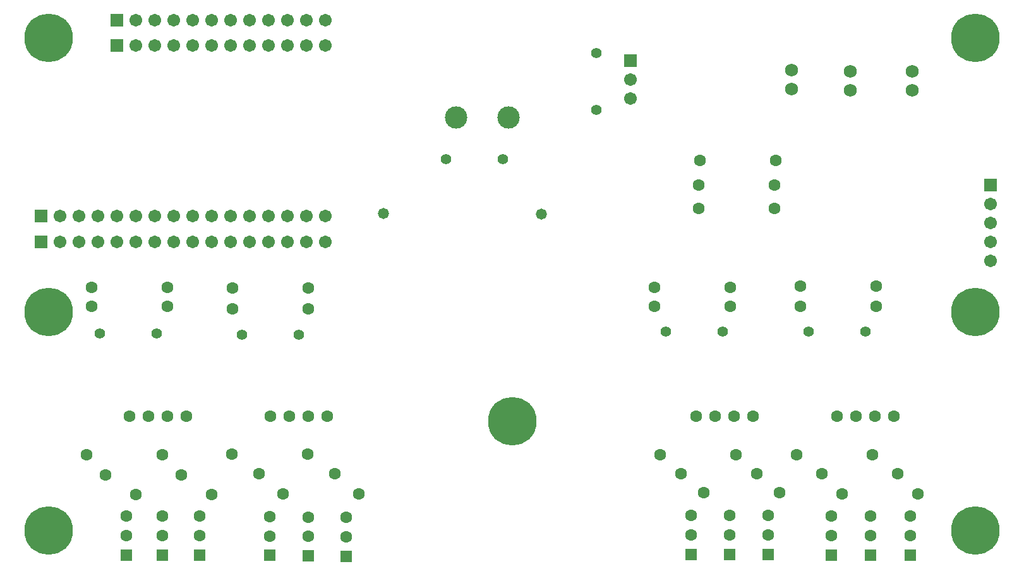
<source format=gts>
G04*
G04 #@! TF.GenerationSoftware,Altium Limited,Altium Designer,22.3.1 (43)*
G04*
G04 Layer_Color=8388736*
%FSLAX25Y25*%
%MOIN*%
G70*
G04*
G04 #@! TF.SameCoordinates,89DBF051-8EAF-407F-B82A-721474CCDED3*
G04*
G04*
G04 #@! TF.FilePolarity,Negative*
G04*
G01*
G75*
%ADD14R,0.06706X0.06706*%
%ADD15C,0.06706*%
%ADD16C,0.25603*%
%ADD17C,0.06312*%
%ADD18C,0.11800*%
%ADD19C,0.05524*%
%ADD20C,0.06902*%
%ADD21R,0.06706X0.06706*%
%ADD22R,0.06312X0.06312*%
%ADD23C,0.05800*%
D14*
X95500Y292500D02*
D03*
Y306000D02*
D03*
X135500Y409500D02*
D03*
Y396000D02*
D03*
D15*
X105500Y292500D02*
D03*
X115500D02*
D03*
X125500D02*
D03*
X135500D02*
D03*
X145500D02*
D03*
X155500D02*
D03*
X165500D02*
D03*
X175500D02*
D03*
X185500D02*
D03*
X195500D02*
D03*
X205500D02*
D03*
X215500D02*
D03*
X225500D02*
D03*
X235500D02*
D03*
X245500D02*
D03*
Y306000D02*
D03*
X235500D02*
D03*
X225500D02*
D03*
X215500D02*
D03*
X205500D02*
D03*
X195500D02*
D03*
X185500D02*
D03*
X175500D02*
D03*
X165500D02*
D03*
X155500D02*
D03*
X145500D02*
D03*
X135500D02*
D03*
X125500D02*
D03*
X115500D02*
D03*
X105500D02*
D03*
X245500Y409500D02*
D03*
X235500D02*
D03*
X225500D02*
D03*
X215500D02*
D03*
X205500D02*
D03*
X195500D02*
D03*
X185500D02*
D03*
X175500D02*
D03*
X165500D02*
D03*
X155500D02*
D03*
X145500D02*
D03*
Y396000D02*
D03*
X155500D02*
D03*
X165500D02*
D03*
X175500D02*
D03*
X185500D02*
D03*
X195500D02*
D03*
X205500D02*
D03*
X215500D02*
D03*
X225500D02*
D03*
X235500D02*
D03*
X245500D02*
D03*
X596500Y282500D02*
D03*
Y292500D02*
D03*
Y302500D02*
D03*
Y312500D02*
D03*
X406500Y368000D02*
D03*
Y378000D02*
D03*
D16*
X588516Y400000D02*
D03*
X99500D02*
D03*
X588516Y140000D02*
D03*
Y255500D02*
D03*
X344008Y197748D02*
D03*
X99500Y255500D02*
D03*
Y140000D02*
D03*
D17*
X443000Y335500D02*
D03*
X483000D02*
D03*
X442500Y322500D02*
D03*
X482500D02*
D03*
X442500Y310000D02*
D03*
X482500D02*
D03*
X162000Y258500D02*
D03*
X122000D02*
D03*
X162000Y268500D02*
D03*
X122000D02*
D03*
X236500Y268000D02*
D03*
X196500D02*
D03*
X236500Y257000D02*
D03*
X196500D02*
D03*
X536000Y269000D02*
D03*
X496000D02*
D03*
X536000Y258500D02*
D03*
X496000D02*
D03*
X459000Y268500D02*
D03*
X419000D02*
D03*
X459000Y258500D02*
D03*
X419000D02*
D03*
X179000Y137500D02*
D03*
Y147736D02*
D03*
X140500Y137500D02*
D03*
Y147736D02*
D03*
X159500Y137500D02*
D03*
Y147736D02*
D03*
X169500Y169500D02*
D03*
X129500D02*
D03*
X159500Y180000D02*
D03*
X119500D02*
D03*
X256500Y136764D02*
D03*
Y147000D02*
D03*
X216000Y137264D02*
D03*
Y147500D02*
D03*
X236500Y137000D02*
D03*
Y147236D02*
D03*
X236000Y180500D02*
D03*
X196000D02*
D03*
X250500Y170000D02*
D03*
X210500D02*
D03*
X485000Y160000D02*
D03*
X445000D02*
D03*
X473000Y170000D02*
D03*
X433000D02*
D03*
X462000Y180000D02*
D03*
X422000D02*
D03*
X479000Y137764D02*
D03*
Y148000D02*
D03*
X458750Y137764D02*
D03*
Y148000D02*
D03*
X438500Y137764D02*
D03*
Y148000D02*
D03*
X533250Y137500D02*
D03*
Y147736D02*
D03*
X525500Y200500D02*
D03*
X515500D02*
D03*
X535500D02*
D03*
X545500D02*
D03*
X554000Y137500D02*
D03*
Y147736D02*
D03*
X512500D02*
D03*
Y137500D02*
D03*
X534000Y180000D02*
D03*
X494000D02*
D03*
X558000Y159500D02*
D03*
X518000D02*
D03*
X263000D02*
D03*
X223000D02*
D03*
X185500Y159000D02*
D03*
X145500D02*
D03*
X547500Y170000D02*
D03*
X507500D02*
D03*
X172000Y200500D02*
D03*
X162000D02*
D03*
X142000D02*
D03*
X152000D02*
D03*
X246500D02*
D03*
X236500D02*
D03*
X216500D02*
D03*
X226500D02*
D03*
X471000D02*
D03*
X461000D02*
D03*
X441000D02*
D03*
X451000D02*
D03*
D18*
X342059Y358000D02*
D03*
X314500D02*
D03*
D19*
X309000Y336000D02*
D03*
X339000D02*
D03*
X388500Y362000D02*
D03*
Y392000D02*
D03*
X126500Y244000D02*
D03*
X156500D02*
D03*
X201500Y243500D02*
D03*
X231500D02*
D03*
X500500Y245000D02*
D03*
X530500D02*
D03*
X425000D02*
D03*
X455000D02*
D03*
D20*
X555000Y372500D02*
D03*
Y382500D02*
D03*
X522500Y372500D02*
D03*
Y382500D02*
D03*
X491500Y373000D02*
D03*
Y383000D02*
D03*
D21*
X596500Y322500D02*
D03*
X406500Y388000D02*
D03*
D22*
X179000Y127264D02*
D03*
X140500D02*
D03*
X159500D02*
D03*
X256500Y126528D02*
D03*
X216000Y127028D02*
D03*
X236500Y126764D02*
D03*
X479000Y127528D02*
D03*
X458750D02*
D03*
X438500D02*
D03*
X533250Y127264D02*
D03*
X554000D02*
D03*
X512500D02*
D03*
D23*
X359500Y307000D02*
D03*
X276000Y307500D02*
D03*
M02*

</source>
